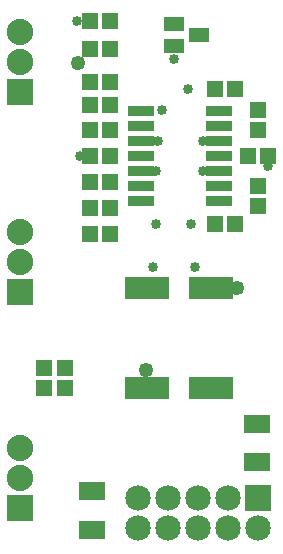
<source format=gts>
G04 MADE WITH FRITZING*
G04 WWW.FRITZING.ORG*
G04 DOUBLE SIDED*
G04 HOLES PLATED*
G04 CONTOUR ON CENTER OF CONTOUR VECTOR*
%ASAXBY*%
%FSLAX23Y23*%
%MOIN*%
%OFA0B0*%
%SFA1.0B1.0*%
%ADD10C,0.088000*%
%ADD11C,0.085000*%
%ADD12C,0.033622*%
%ADD13C,0.049370*%
%ADD14R,0.088000X0.088000*%
%ADD15R,0.085000X0.085000*%
%ADD16R,0.090000X0.036000*%
%ADD17R,0.065118X0.049370*%
%ADD18R,0.147795X0.072992*%
%ADD19R,0.088736X0.059208*%
%ADD20R,0.088736X0.059222*%
%ADD21R,0.057244X0.053307*%
%ADD22R,0.053307X0.057244*%
%LNMASK1*%
G90*
G70*
G54D10*
X110Y143D03*
X110Y243D03*
X110Y343D03*
X110Y143D03*
X110Y243D03*
X110Y343D03*
X110Y1528D03*
X110Y1628D03*
X110Y1728D03*
X110Y1528D03*
X110Y1628D03*
X110Y1728D03*
X110Y863D03*
X110Y963D03*
X110Y1063D03*
X110Y863D03*
X110Y963D03*
X110Y1063D03*
G54D11*
X904Y176D03*
X904Y76D03*
X804Y176D03*
X804Y76D03*
X704Y176D03*
X704Y76D03*
X604Y176D03*
X604Y76D03*
X504Y176D03*
X504Y76D03*
G54D12*
X937Y1284D03*
X311Y1316D03*
G54D13*
X531Y603D03*
X834Y875D03*
G54D12*
X571Y1367D03*
X720Y1367D03*
X563Y1265D03*
X720Y1265D03*
X681Y1091D03*
X563Y1091D03*
X583Y1470D03*
X670Y1540D03*
X554Y945D03*
X693Y945D03*
X622Y1639D03*
G54D13*
X303Y1627D03*
G54D12*
X299Y1765D03*
G54D14*
X110Y143D03*
X110Y143D03*
X110Y1528D03*
X110Y1528D03*
X110Y863D03*
X110Y863D03*
G54D15*
X904Y176D03*
G54D16*
X512Y1467D03*
X512Y1417D03*
X512Y1367D03*
X512Y1317D03*
X512Y1267D03*
X512Y1217D03*
X512Y1167D03*
X773Y1167D03*
X773Y1217D03*
X773Y1267D03*
X773Y1317D03*
X773Y1367D03*
X773Y1417D03*
X773Y1467D03*
G54D17*
X708Y1719D03*
X622Y1682D03*
X622Y1757D03*
G54D18*
X535Y875D03*
X748Y875D03*
X535Y544D03*
X748Y544D03*
G54D19*
X901Y296D03*
G54D20*
X901Y424D03*
G54D19*
X350Y198D03*
G54D20*
X350Y70D03*
G54D21*
X342Y1316D03*
X409Y1316D03*
X870Y1316D03*
X937Y1316D03*
X342Y1765D03*
X409Y1765D03*
X342Y1674D03*
X409Y1674D03*
G54D22*
X189Y544D03*
X189Y611D03*
X260Y544D03*
X260Y611D03*
X905Y1402D03*
X905Y1469D03*
G54D21*
X342Y1564D03*
X409Y1564D03*
X342Y1485D03*
X409Y1485D03*
X342Y1402D03*
X409Y1402D03*
X342Y1056D03*
X409Y1056D03*
X342Y1229D03*
X409Y1229D03*
G54D22*
X905Y1151D03*
X905Y1217D03*
G54D21*
X760Y1091D03*
X827Y1091D03*
X342Y1143D03*
X409Y1143D03*
X760Y1540D03*
X827Y1540D03*
G04 End of Mask1*
M02*
</source>
